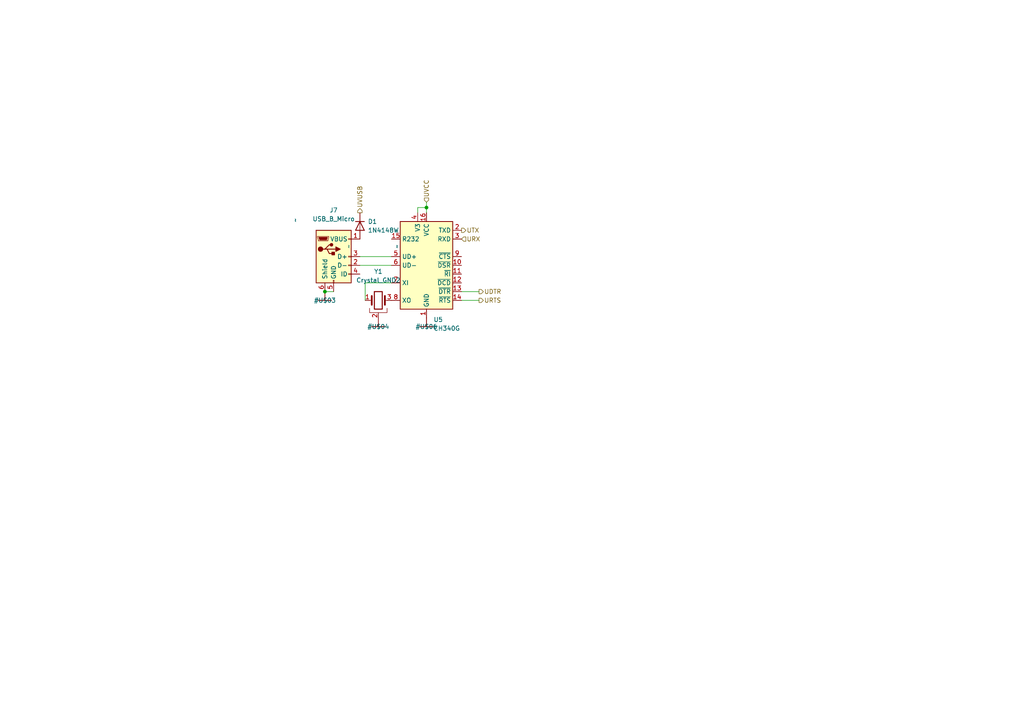
<source format=kicad_sch>
(kicad_sch (version 20211123) (generator eeschema)
  (paper "A4")
  (lib_symbols
    (symbol "CPU_ESPID12-eagle-import:GND" (power)
      (property "Value" "GND" (at -2.54 -2.54 0))
      (symbol "GND_1_0"
        (polyline (pts (xy -1.905 0) (xy 1.905 0)) (stroke (width 0.254)))
        (pin power_in line (at 0 2.54 270) (length 2.54) (name "GND") (number "1"))
      )
    )
    (symbol "Connector:USB_B_Micro" (pin_names (offset 1.016))
      (property "Reference" "J" (at -5.08 11.43 0))
      (property "Value" "USB_B_Micro" (at -5.08 8.89 0))
      (symbol "USB_B_Micro_0_1"
        (rectangle (start -5.08 -7.62) (end 5.08 7.62) (stroke (width 0.254)) (fill (type background)))
        (circle (center -3.81 2.159) (radius 0.635) (stroke (width 0.254)) (fill (type outline)))
        (circle (center -0.635 3.429) (radius 0.381) (stroke (width 0.254)) (fill (type outline)))
        (rectangle (start -0.127 -7.62) (end 0.127 -6.858))
        (polyline (pts (xy -1.905 2.159) (xy 0.635 2.159)) (stroke (width 0.254)))
        (polyline (pts (xy -3.175 2.159) (xy -2.54 2.159) (xy -1.27 3.429) (xy -0.635 3.429)) (stroke (width 0.254)))
        (polyline (pts (xy -2.54 2.159) (xy -1.905 2.159) (xy -1.27 0.889) (xy 0 0.889)) (stroke (width 0.254)))
        (polyline (pts (xy 0.635 2.794) (xy 0.635 1.524) (xy 1.905 2.159) (xy 0.635 2.794)) (stroke (width 0.254)) (fill (type outline)))
        (polyline (pts (xy -4.318 5.588) (xy -1.778 5.588) (xy -2.032 4.826) (xy -4.064 4.826) (xy -4.318 5.588)) (fill (type outline)))
        (polyline (pts (xy -4.699 5.842) (xy -4.699 5.588) (xy -4.445 4.826) (xy -4.445 4.572) (xy -1.651 4.572) (xy -1.651 4.826) (xy -1.397 5.588) (xy -1.397 5.842) (xy -4.699 5.842)))
        (rectangle (start 0.254 1.27) (end -0.508 0.508) (stroke (width 0.254)) (fill (type outline)))
        (rectangle (start 5.08 -5.207) (end 4.318 -4.953))
        (rectangle (start 5.08 -2.667) (end 4.318 -2.413))
        (rectangle (start 5.08 -0.127) (end 4.318 0.127))
        (rectangle (start 5.08 4.953) (end 4.318 5.207))
      )
      (symbol "USB_B_Micro_1_1"
        (pin power_out line (at 7.62 5.08 180) (length 2.54) (name "VBUS") (number "1"))
        (pin bidirectional line (at 7.62 -2.54 180) (length 2.54) (name "D-") (number "2"))
        (pin bidirectional line (at 7.62 0 180) (length 2.54) (name "D+") (number "3"))
        (pin passive line (at 7.62 -5.08 180) (length 2.54) (name "ID") (number "4"))
        (pin power_out line (at 0 -10.16 90) (length 2.54) (name "GND") (number "5"))
        (pin passive line (at -2.54 -10.16 90) (length 2.54) (name "Shield") (number "6"))
      )
    )
    (symbol "Device:Crystal_GND2" (pin_names (offset 1.016) hide)
      (property "Reference" "Y" (at 0 5.715 0))
      (property "Value" "Crystal_GND2" (at 0 3.81 0))
      (symbol "Crystal_GND2_0_1"
        (rectangle (start -1.143 2.54) (end 1.143 -2.54) (stroke (width 0.3048)))
        (polyline (pts (xy -2.54 0) (xy -1.905 0)))
        (polyline (pts (xy -1.905 -1.27) (xy -1.905 1.27)) (stroke (width 0.508)))
        (polyline (pts (xy 0 -3.81) (xy 0 -3.556)))
        (polyline (pts (xy 1.905 0) (xy 2.54 0)))
        (polyline (pts (xy 1.905 1.27) (xy 1.905 -1.27)) (stroke (width 0.508)))
        (polyline (pts (xy -2.54 -2.286) (xy -2.54 -3.556) (xy 2.54 -3.556) (xy 2.54 -2.286)))
      )
      (symbol "Crystal_GND2_1_1"
        (pin passive line (at -3.81 0 0) (length 1.27) (name "1") (number "1"))
        (pin passive line (at 0 -5.08 90) (length 1.27) (name "2") (number "2"))
        (pin passive line (at 3.81 0 180) (length 1.27) (name "3") (number "3"))
      )
    )
    (symbol "Diode:1N4148W" (pin_numbers hide) (pin_names hide)
      (property "Reference" "D" (at 0 2.54 0))
      (property "Value" "1N4148W" (at 0 -2.54 0))
      (symbol "1N4148W_0_1"
        (polyline (pts (xy -1.27 1.27) (xy -1.27 -1.27)) (stroke (width 0.254)))
        (polyline (pts (xy 1.27 0) (xy -1.27 0)))
        (polyline (pts (xy 1.27 1.27) (xy 1.27 -1.27) (xy -1.27 0) (xy 1.27 1.27)) (stroke (width 0.254)))
      )
      (symbol "1N4148W_1_1"
        (pin passive line (at -3.81 0 0) (length 2.54) (name "K") (number "1"))
        (pin passive line (at 3.81 0 180) (length 2.54) (name "A") (number "2"))
      )
    )
    (symbol "Interface_USB:CH340G"
      (property "Reference" "U" (at -5.08 13.97 0))
      (property "Value" "CH340G" (at 1.27 13.97 0))
      (symbol "CH340G_0_1"
        (rectangle (start -7.62 12.7) (end 7.62 -12.7) (stroke (width 0.254)) (fill (type background)))
      )
      (symbol "CH340G_1_1"
        (pin power_in line (at 0 -15.24 90) (length 2.54) (name "GND") (number "1"))
        (pin input line (at 10.16 0 180) (length 2.54) (name "~{DSR}") (number "10"))
        (pin input line (at 10.16 -2.54 180) (length 2.54) (name "~{RI}") (number "11"))
        (pin input line (at 10.16 -5.08 180) (length 2.54) (name "~{DCD}") (number "12"))
        (pin output line (at 10.16 -7.62 180) (length 2.54) (name "~{DTR}") (number "13"))
        (pin output line (at 10.16 -10.16 180) (length 2.54) (name "~{RTS}") (number "14"))
        (pin input line (at -10.16 7.62 0) (length 2.54) (name "R232") (number "15"))
        (pin power_in line (at 0 15.24 270) (length 2.54) (name "VCC") (number "16"))
        (pin output line (at 10.16 10.16 180) (length 2.54) (name "TXD") (number "2"))
        (pin input line (at 10.16 7.62 180) (length 2.54) (name "RXD") (number "3"))
        (pin passive line (at -2.54 15.24 270) (length 2.54) (name "V3") (number "4"))
        (pin bidirectional line (at -10.16 2.54 0) (length 2.54) (name "UD+") (number "5"))
        (pin bidirectional line (at -10.16 0 0) (length 2.54) (name "UD-") (number "6"))
        (pin input line (at -10.16 -5.08 0) (length 2.54) (name "XI") (number "7"))
        (pin output line (at -10.16 -10.16 0) (length 2.54) (name "XO") (number "8"))
        (pin input line (at 10.16 2.54 180) (length 2.54) (name "~{CTS}") (number "9"))
      )
    )
  )
  (junction (at 94.234 84.582))
  (junction (at 123.698 60.198))
  (wire (pts (xy 123.698 60.198) (xy 123.698 61.722)))
  (wire (pts (xy 104.394 74.422) (xy 113.538 74.422)))
  (wire (pts (xy 121.158 60.198) (xy 123.698 60.198)))
  (wire (pts (xy 94.234 84.582) (xy 96.774 84.582)))
  (wire (pts (xy 133.858 84.582) (xy 138.938 84.582)))
  (wire (pts (xy 133.858 87.122) (xy 138.938 87.122)))
  (wire (pts (xy 121.158 61.722) (xy 121.158 60.198)))
  (wire (pts (xy 104.394 76.962) (xy 113.538 76.962)))
  (wire (pts (xy 105.918 82.042) (xy 113.538 82.042)))
  (wire (pts (xy 123.698 58.674) (xy 123.698 60.198)))
  (wire (pts (xy 105.918 87.122) (xy 105.918 82.042)))
  (hierarchical_label "URX" (shape input) (at 133.858 69.342 0))
  (hierarchical_label "UTX" (shape output) (at 133.858 66.802 0))
  (hierarchical_label "UVUSB" (shape output) (at 104.394 61.722 90))
  (hierarchical_label "URTS" (shape output) (at 138.938 87.122 0))
  (hierarchical_label "UDTR" (shape output) (at 138.938 84.582 0))
  (hierarchical_label "UVCC" (shape input) (at 123.698 58.674 90))
  (symbol (lib_id "Interface_USB:CH340G") (at 123.698 76.962 0) (unit 1)
    (property "Reference" "U5" (at 125.7174 92.71 0) (effects (justify left)))
    (property "Value" "CH340G" (at 125.7174 95.25 0) (effects (justify left)))
    (property "Footprint" "Package_SO:SOIC-16_3.9x9.9mm_P1.27mm" (effects hide))
    (property "Datasheet" "http://www.datasheet5.com/pdf-local-2195953" (effects hide))
  )
  (symbol (lib_id "CPU_ESPID12-eagle-import:GND") (at 123.698 94.742 0) (unit 1)
    (property "Reference" "#U$06" (at 123.698 94.742 0))
    (property "Value" "~" (at 116.078 72.136 90) (effects (font (size 1.778 1.5113)) (justify left bottom)))
  )
  (symbol (lib_id "Connector:USB_B_Micro") (at 96.774 74.422 0) (unit 1)
    (property "Reference" "J7" (at 96.774 60.96 0))
    (property "Value" "USB_B_Micro" (at 96.774 63.5 0))
    (property "Footprint" "Connector_USB:USB_Micro-B_Wuerth_629105150521" (effects hide))
  )
  (symbol (lib_id "CPU_ESPID12-eagle-import:GND") (at 109.728 94.742 0) (unit 1)
    (property "Reference" "#U$04" (at 109.728 94.742 0))
    (property "Value" "~" (at 102.108 72.136 90) (effects (font (size 1.778 1.5113)) (justify left bottom)))
  )
  (symbol (lib_id "Device:Crystal_GND2") (at 109.728 87.122 0) (unit 1)
    (property "Reference" "Y1" (at 109.728 78.74 0))
    (property "Value" "Crystal_GND2" (at 109.728 81.28 0))
    (property "Footprint" "Crystal:Resonator_SMD_Murata_CSTxExxV-3Pin_3.0x1.1mm" (effects hide))
  )
  (symbol (lib_id "Diode:1N4148W") (at 104.394 65.532 270) (unit 1)
    (property "Reference" "D1" (at 106.68 64.2619 90) (effects (justify left)))
    (property "Value" "1N4148W" (at 106.68 66.8019 90) (effects (justify left)))
    (property "Footprint" "Diode_SMD:D_SOD-123" (effects hide))
    (property "Datasheet" "https://www.vishay.com/docs/85748/1n4148w.pdf" (effects hide))
  )
  (symbol (lib_id "CPU_ESPID12-eagle-import:GND") (at 94.234 87.122 0) (unit 1)
    (property "Reference" "#U$03" (at 94.234 87.122 0))
    (property "Value" "~" (at 86.614 64.516 90) (effects (font (size 1.778 1.5113)) (justify left bottom)))
  )
)
</source>
